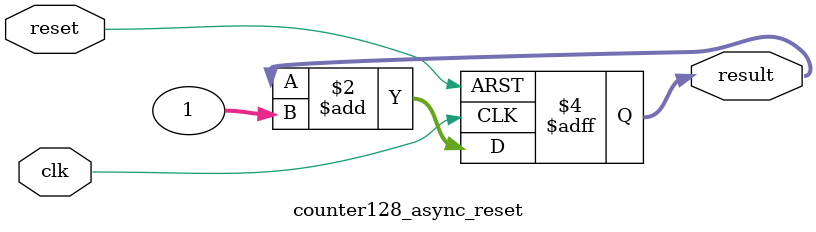
<source format=v>


module counter128_async_reset (
	clk,
	reset,
	result
);

	input clk;
	input reset;
	output [127:0] result;

	reg [127:0] result;
  
    initial begin
      result <= 0;
    end

	always @(posedge clk or posedge reset)
	begin
		if (reset) 
			result = 0;		
		else 
			result = result + 1;
	end
endmodule		

</source>
